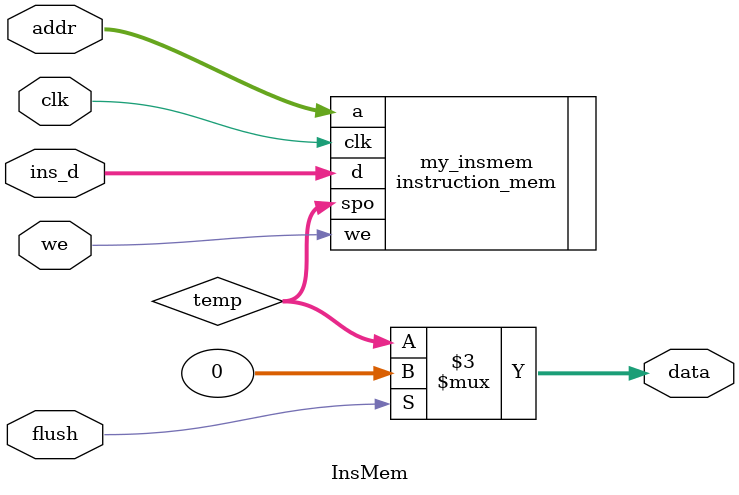
<source format=v>
`timescale 1ns / 1ps


module InsMem(
    input clk,we,
    input [31:0] ins_d,
    input [9:0] addr, //[7:0]改为9
    input flush,//清空信号
    output reg [31:0] data//输出信号
);
wire [31:0] temp;

instruction_mem my_insmem (
  .a(addr),      // input wire [9 : 0] a
  .d(ins_d),      // input wire [31 : 0] d
  .clk(clk),  // input wire clk
  .we(we),    // input wire we
  .spo(temp)  // output wire [31 : 0] spo
);

always@(*) begin
    if(flush) data = 0;
    else data = temp;
end

endmodule

</source>
